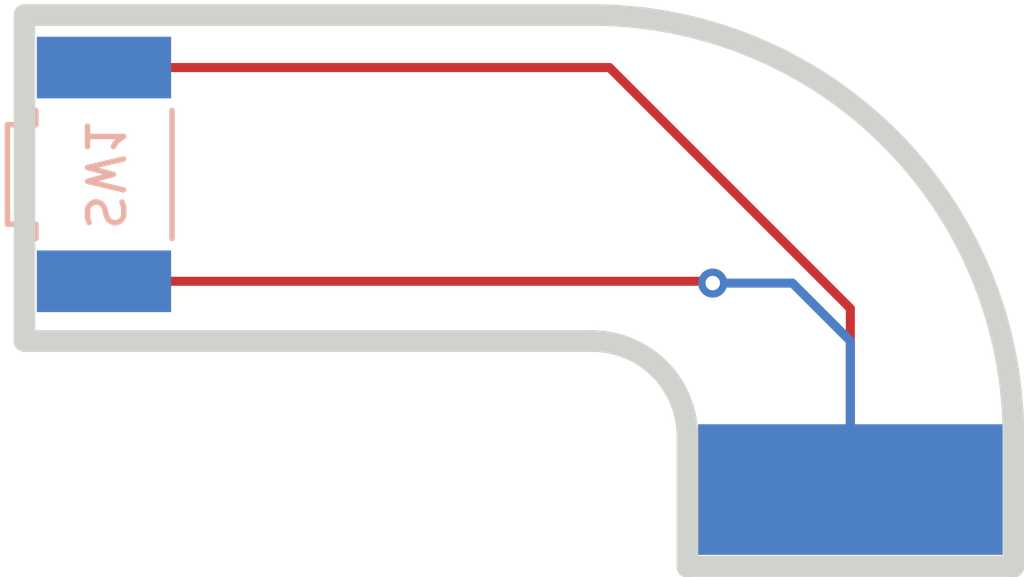
<source format=kicad_pcb>
(kicad_pcb (version 20221018) (generator pcbnew)
  (layers (0 "F.Cu" signal) (31 "B.Cu" signal) (34 "B.Paste" user) (35 "F.Paste" user) (36 "B.SilkS" user "B.Silkscreen") (37 "F.SilkS" user "F.Silkscreen") (38 "B.Mask" user) (39 "F.Mask" user) (44 "Edge.Cuts" user))
  (net 0 "")
  (net 1 "Net-(SW1-Pad1)")
  (net 2 "Net-(SW1-Pad2)")
  (footprint "TestPoint:TestPoint_Pad_4.0x4.0mm" (layer "F.Cu") (at 4.500054 -2.130135)
    (fp_text reference "TP1" hide)
    (fp_text value "TestPoint_Alt" hide)
    (pad "1" smd rect (at 0 0) (size 8.4 3.6) (layers "F.Cu" "F.Mask") (net 1 "Net-(SW1-Pad1)"))
  )
  (footprint "vhrd_electromechanical:SW_KSS3" (layer "B.Cu") (at -16.106246 -10.830135 90)
    (fp_text reference "SW1" (at 0 0 270 unlocked) (layer "B.SilkS") (effects (justify mirror)))
    (fp_text value "KSS331GLFS")
    (fp_line (start -1.76733 -1.8796) (end -1.3716 -1.8796) (stroke (width 0.1524)) (layer "B.SilkS"))
    (fp_line (start -1.3716 -2.667) (end 1.3716 -2.667) (stroke (width 0.1524)) (layer "B.SilkS"))
    (fp_line (start -1.3716 -1.8796) (end -1.3716 -2.667) (stroke (width 0.1524)) (layer "B.SilkS"))
    (fp_line (start 1.3716 -2.667) (end 1.3716 -1.8796) (stroke (width 0.1524)) (layer "B.SilkS"))
    (fp_line (start 1.3716 -1.8796) (end 1.76733 -1.8796) (stroke (width 0.1524)) (layer "B.SilkS"))
    (fp_line (start 1.76733 1.8796) (end -1.76733 1.8796) (stroke (width 0.1524)) (layer "B.SilkS"))
    (pad "1" smd rect (at -2.949999 0 90) (size 1.7018 3.7084) (layers "B.Cu" "B.Paste" "B.Mask") (net 1 "Net-(SW1-Pad1)"))
    (pad "2" smd rect (at 2.949999 0 90) (size 1.7018 3.7084) (layers "B.Cu" "B.Paste" "B.Mask") (net 2 "Net-(SW1-Pad2)"))
  )
  (footprint "TestPoint:TestPoint_Pad_4.0x4.0mm" (layer "B.Cu") (at 4.500054 -2.130135 180)
    (fp_text reference "TP2" hide)
    (fp_text value "TestPoint_Alt" hide)
    (pad "1" smd rect (at 0 0 180) (size 8.4 3.6) (layers "B.Cu" "B.Mask") (net 2 "Net-(SW1-Pad2)"))
  )
  (gr_line (start 0 0) (end 9 0) (stroke (width 0.6)) (layer "Edge.Cuts"))
  (gr_arc (start -2.630135 -15.230135) (mid 5.593612 -11.823748) (end 9 -3.6) (stroke (width 0.6)) (layer "Edge.Cuts"))
  (gr_line (start -2.630135 -15.230135) (end -18.299946 -15.230135) (stroke (width 0.6)) (layer "Edge.Cuts"))
  (gr_line (start 0 -3.6) (end 0 0) (stroke (width 0.6)) (layer "Edge.Cuts"))
  (gr_line (start 9 0) (end 9 -3.6) (stroke (width 0.6)) (layer "Edge.Cuts"))
  (gr_arc (start -2.630135 -6.230135) (mid -0.770349 -5.459787) (end 0 -3.6) (stroke (width 0.6)) (layer "Edge.Cuts"))
  (gr_line (start -18.299946 -15.230135) (end -18.299946 -6.230135) (stroke (width 0.6)) (layer "Edge.Cuts"))
  (gr_line (start -18.299946 -6.230135) (end -2.630135 -6.230135) (stroke (width 0.6)) (layer "Edge.Cuts"))
  (segment (start -2.149945 -13.780134) (end 4.500054 -7.130135) (width 0.25) (layer "F.Cu") (net 1))
  (segment (start 4.500054 -7.130135) (end 4.500054 -2.130135) (width 0.25) (layer "F.Cu") (net 1))
  (segment (start -16.106246 -13.780134) (end -2.149945 -13.780134) (width 0.25) (layer "F.Cu") (net 1))
  (segment (start 0.550053 -7.880136) (end 0.600054 -7.830135) (width 0.25) (layer "F.Cu") (net 2))
  (segment (start 0.600054 -7.830135) (end 0.700054 -7.830135) (width 0.25) (layer "F.Cu") (net 2))
  (segment (start -16.106246 -7.880136) (end 0.550053 -7.880136) (width 0.25) (layer "F.Cu") (net 2))
  (via (at 0.700054 -7.830135) (size 0.8) (drill 0.4) (layers "F.Cu" "B.Cu") (net 2))
  (segment (start 0.700054 -7.830135) (end 2.900054 -7.830135) (width 0.25) (layer "B.Cu") (net 2))
  (segment (start 4.500054 -6.230135) (end 4.500054 -2.130135) (width 0.25) (layer "B.Cu") (net 2))
  (segment (start 2.900054 -7.830135) (end 4.500054 -6.230135) (width 0.25) (layer "B.Cu") (net 2))
)
</source>
